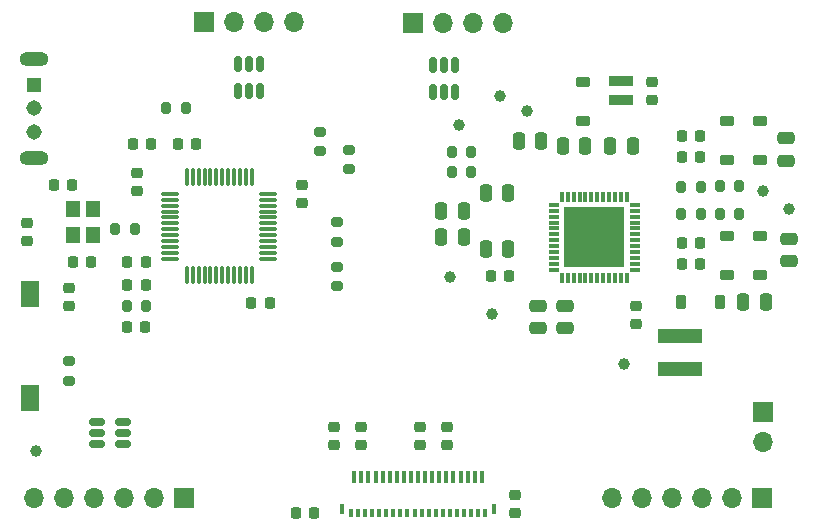
<source format=gts>
%TF.GenerationSoftware,KiCad,Pcbnew,7.0.1*%
%TF.CreationDate,2023-04-23T16:19:42+02:00*%
%TF.ProjectId,ED060SC4_SPI_driver_board,45443036-3053-4433-945f-5350495f6472,rev?*%
%TF.SameCoordinates,Original*%
%TF.FileFunction,Soldermask,Top*%
%TF.FilePolarity,Negative*%
%FSLAX46Y46*%
G04 Gerber Fmt 4.6, Leading zero omitted, Abs format (unit mm)*
G04 Created by KiCad (PCBNEW 7.0.1) date 2023-04-23 16:19:42*
%MOMM*%
%LPD*%
G01*
G04 APERTURE LIST*
G04 Aperture macros list*
%AMRoundRect*
0 Rectangle with rounded corners*
0 $1 Rounding radius*
0 $2 $3 $4 $5 $6 $7 $8 $9 X,Y pos of 4 corners*
0 Add a 4 corners polygon primitive as box body*
4,1,4,$2,$3,$4,$5,$6,$7,$8,$9,$2,$3,0*
0 Add four circle primitives for the rounded corners*
1,1,$1+$1,$2,$3*
1,1,$1+$1,$4,$5*
1,1,$1+$1,$6,$7*
1,1,$1+$1,$8,$9*
0 Add four rect primitives between the rounded corners*
20,1,$1+$1,$2,$3,$4,$5,0*
20,1,$1+$1,$4,$5,$6,$7,0*
20,1,$1+$1,$6,$7,$8,$9,0*
20,1,$1+$1,$8,$9,$2,$3,0*%
G04 Aperture macros list end*
%ADD10R,1.700000X1.700000*%
%ADD11O,1.700000X1.700000*%
%ADD12RoundRect,0.250000X-0.475000X0.250000X-0.475000X-0.250000X0.475000X-0.250000X0.475000X0.250000X0*%
%ADD13C,1.000000*%
%ADD14RoundRect,0.225000X0.225000X0.250000X-0.225000X0.250000X-0.225000X-0.250000X0.225000X-0.250000X0*%
%ADD15RoundRect,0.250000X0.250000X0.475000X-0.250000X0.475000X-0.250000X-0.475000X0.250000X-0.475000X0*%
%ADD16RoundRect,0.225000X0.375000X-0.225000X0.375000X0.225000X-0.375000X0.225000X-0.375000X-0.225000X0*%
%ADD17RoundRect,0.200000X-0.200000X-0.275000X0.200000X-0.275000X0.200000X0.275000X-0.200000X0.275000X0*%
%ADD18R,3.700000X1.200000*%
%ADD19RoundRect,0.225000X0.250000X-0.225000X0.250000X0.225000X-0.250000X0.225000X-0.250000X-0.225000X0*%
%ADD20R,2.000000X0.850000*%
%ADD21R,1.200000X1.400000*%
%ADD22RoundRect,0.200000X-0.275000X0.200000X-0.275000X-0.200000X0.275000X-0.200000X0.275000X0.200000X0*%
%ADD23RoundRect,0.150000X-0.150000X0.512500X-0.150000X-0.512500X0.150000X-0.512500X0.150000X0.512500X0*%
%ADD24RoundRect,0.225000X-0.225000X-0.250000X0.225000X-0.250000X0.225000X0.250000X-0.225000X0.250000X0*%
%ADD25RoundRect,0.250000X0.475000X-0.250000X0.475000X0.250000X-0.475000X0.250000X-0.475000X-0.250000X0*%
%ADD26R,1.600000X2.200000*%
%ADD27RoundRect,0.075000X-0.662500X-0.075000X0.662500X-0.075000X0.662500X0.075000X-0.662500X0.075000X0*%
%ADD28RoundRect,0.075000X-0.075000X-0.662500X0.075000X-0.662500X0.075000X0.662500X-0.075000X0.662500X0*%
%ADD29RoundRect,0.200000X0.200000X0.275000X-0.200000X0.275000X-0.200000X-0.275000X0.200000X-0.275000X0*%
%ADD30RoundRect,0.225000X-0.375000X0.225000X-0.375000X-0.225000X0.375000X-0.225000X0.375000X0.225000X0*%
%ADD31RoundRect,0.150000X0.512500X0.150000X-0.512500X0.150000X-0.512500X-0.150000X0.512500X-0.150000X0*%
%ADD32RoundRect,0.007800X-0.422200X-0.122200X0.422200X-0.122200X0.422200X0.122200X-0.422200X0.122200X0*%
%ADD33RoundRect,0.007800X0.122200X-0.422200X0.122200X0.422200X-0.122200X0.422200X-0.122200X-0.422200X0*%
%ADD34R,5.150000X5.150000*%
%ADD35RoundRect,0.225000X-0.250000X0.225000X-0.250000X-0.225000X0.250000X-0.225000X0.250000X0.225000X0*%
%ADD36RoundRect,0.225000X-0.225000X-0.375000X0.225000X-0.375000X0.225000X0.375000X-0.225000X0.375000X0*%
%ADD37R,1.308000X1.308000*%
%ADD38C,1.308000*%
%ADD39O,2.460000X1.230000*%
%ADD40R,0.300000X0.800000*%
%ADD41R,0.300000X1.000000*%
%ADD42R,0.400000X0.950000*%
%ADD43RoundRect,0.200000X0.275000X-0.200000X0.275000X0.200000X-0.275000X0.200000X-0.275000X-0.200000X0*%
%ADD44RoundRect,0.218750X-0.256250X0.218750X-0.256250X-0.218750X0.256250X-0.218750X0.256250X0.218750X0*%
%ADD45RoundRect,0.250000X-0.250000X-0.475000X0.250000X-0.475000X0.250000X0.475000X-0.250000X0.475000X0*%
G04 APERTURE END LIST*
D10*
%TO.C,J6*%
X114000000Y-84210000D03*
D11*
X114000000Y-86750000D03*
%TD*%
D12*
%TO.C,C14*%
X97250000Y-75235000D03*
X97250000Y-77135000D03*
%TD*%
D13*
%TO.C,TP5*%
X114000000Y-65500000D03*
%TD*%
D10*
%TO.C,J5*%
X113910000Y-91500000D03*
D11*
X111370000Y-91500000D03*
X108830000Y-91500000D03*
X106290000Y-91500000D03*
X103750000Y-91500000D03*
X101210000Y-91500000D03*
%TD*%
D14*
%TO.C,C25*%
X61775000Y-71500000D03*
X60225000Y-71500000D03*
%TD*%
D12*
%TO.C,C3*%
X95000000Y-75235000D03*
X95000000Y-77135000D03*
%TD*%
D15*
%TO.C,C13*%
X92450000Y-65685000D03*
X90550000Y-65685000D03*
%TD*%
D16*
%TO.C,D6*%
X113750000Y-62900000D03*
X113750000Y-59600000D03*
%TD*%
D14*
%TO.C,C7*%
X108713752Y-60848748D03*
X107163752Y-60848748D03*
%TD*%
D15*
%TO.C,C10*%
X88700000Y-69435000D03*
X86800000Y-69435000D03*
%TD*%
D17*
%TO.C,TH1*%
X87675000Y-63935000D03*
X89325000Y-63935000D03*
%TD*%
D18*
%TO.C,L2*%
X107000000Y-80585000D03*
X107000000Y-77785000D03*
%TD*%
D19*
%TO.C,C40*%
X93000000Y-92775000D03*
X93000000Y-91225000D03*
%TD*%
D12*
%TO.C,C1*%
X116000000Y-61050000D03*
X116000000Y-62950000D03*
%TD*%
D20*
%TO.C,L1*%
X102050000Y-56185000D03*
X102050000Y-57835000D03*
%TD*%
D21*
%TO.C,Y1*%
X55650000Y-67049998D03*
X55650000Y-69249998D03*
X57350000Y-69249998D03*
X57350000Y-67049998D03*
%TD*%
D17*
%TO.C,R5*%
X59175000Y-68750000D03*
X60825000Y-68750000D03*
%TD*%
D22*
%TO.C,R14*%
X76500000Y-60500000D03*
X76500000Y-62150000D03*
%TD*%
D23*
%TO.C,U5*%
X88000000Y-54862500D03*
X87050000Y-54862500D03*
X86100000Y-54862500D03*
X86100000Y-57137500D03*
X87050000Y-57137500D03*
X88000000Y-57137500D03*
%TD*%
D10*
%TO.C,J3*%
X84420000Y-51250000D03*
D11*
X86960000Y-51250000D03*
X89500000Y-51250000D03*
X92040000Y-51250000D03*
%TD*%
D24*
%TO.C,C15*%
X107163752Y-71685000D03*
X108713752Y-71685000D03*
%TD*%
D15*
%TO.C,C18*%
X114250000Y-74935000D03*
X112350000Y-74935000D03*
%TD*%
D13*
%TO.C,TP3*%
X94050000Y-58750000D03*
%TD*%
D17*
%TO.C,R8*%
X110363752Y-67435000D03*
X112013752Y-67435000D03*
%TD*%
D25*
%TO.C,C19*%
X116250000Y-71450000D03*
X116250000Y-69550000D03*
%TD*%
D26*
%TO.C,SW2*%
X52000000Y-74253200D03*
X52000000Y-83053200D03*
%TD*%
D27*
%TO.C,U2*%
X63837500Y-65750000D03*
X63837500Y-66250000D03*
X63837500Y-66750000D03*
X63837500Y-67250000D03*
X63837500Y-67750000D03*
X63837500Y-68250000D03*
X63837500Y-68750000D03*
X63837500Y-69250000D03*
X63837500Y-69750000D03*
X63837500Y-70250000D03*
X63837500Y-70750000D03*
X63837500Y-71250000D03*
D28*
X65250000Y-72662500D03*
X65750000Y-72662500D03*
X66250000Y-72662500D03*
X66750000Y-72662500D03*
X67250000Y-72662500D03*
X67750000Y-72662500D03*
X68250000Y-72662500D03*
X68750000Y-72662500D03*
X69250000Y-72662500D03*
X69750000Y-72662500D03*
X70250000Y-72662500D03*
X70750000Y-72662500D03*
D27*
X72162500Y-71250000D03*
X72162500Y-70750000D03*
X72162500Y-70250000D03*
X72162500Y-69750000D03*
X72162500Y-69250000D03*
X72162500Y-68750000D03*
X72162500Y-68250000D03*
X72162500Y-67750000D03*
X72162500Y-67250000D03*
X72162500Y-66750000D03*
X72162500Y-66250000D03*
X72162500Y-65750000D03*
D28*
X70750000Y-64337500D03*
X70250000Y-64337500D03*
X69750000Y-64337500D03*
X69250000Y-64337500D03*
X68750000Y-64337500D03*
X68250000Y-64337500D03*
X67750000Y-64337500D03*
X67250000Y-64337500D03*
X66750000Y-64337500D03*
X66250000Y-64337500D03*
X65750000Y-64337500D03*
X65250000Y-64337500D03*
%TD*%
D29*
%TO.C,FB1*%
X61825000Y-75250000D03*
X60175000Y-75250000D03*
%TD*%
D14*
%TO.C,C21*%
X72275000Y-75000000D03*
X70725000Y-75000000D03*
%TD*%
D17*
%TO.C,R9*%
X107113752Y-67435000D03*
X108763752Y-67435000D03*
%TD*%
D24*
%TO.C,C30*%
X55625000Y-71500000D03*
X57175000Y-71500000D03*
%TD*%
D30*
%TO.C,D1*%
X111000000Y-69350000D03*
X111000000Y-72650000D03*
%TD*%
D31*
%TO.C,U3*%
X59887500Y-86950000D03*
X59887500Y-86000000D03*
X59887500Y-85050000D03*
X57612500Y-85050000D03*
X57612500Y-86000000D03*
X57612500Y-86950000D03*
%TD*%
D14*
%TO.C,C26*%
X61775000Y-73500000D03*
X60225000Y-73500000D03*
%TD*%
D15*
%TO.C,C6*%
X103000000Y-61685000D03*
X101100000Y-61685000D03*
%TD*%
D24*
%TO.C,C22*%
X64475000Y-61500000D03*
X66025000Y-61500000D03*
%TD*%
D32*
%TO.C,U1*%
X96315000Y-66685000D03*
X96315000Y-67185000D03*
X96315000Y-67685000D03*
X96315000Y-68185000D03*
X96315000Y-68685000D03*
X96315000Y-69185000D03*
X96315000Y-69685000D03*
X96315000Y-70185000D03*
X96315000Y-70685000D03*
X96315000Y-71185000D03*
X96315000Y-71685000D03*
X96315000Y-72185000D03*
D33*
X97000000Y-72870000D03*
X97500000Y-72870000D03*
X98000000Y-72870000D03*
X98500000Y-72870000D03*
X99000000Y-72870000D03*
X99500000Y-72870000D03*
X100000000Y-72870000D03*
X100500000Y-72870000D03*
X101000000Y-72870000D03*
X101500000Y-72870000D03*
X102000000Y-72870000D03*
X102500000Y-72870000D03*
D32*
X103185000Y-72185000D03*
X103185000Y-71685000D03*
X103185000Y-71185000D03*
X103185000Y-70685000D03*
X103185000Y-70185000D03*
X103185000Y-69685000D03*
X103185000Y-69185000D03*
X103185000Y-68685000D03*
X103185000Y-68185000D03*
X103185000Y-67685000D03*
X103185000Y-67185000D03*
X103185000Y-66685000D03*
D33*
X102500000Y-66000000D03*
X102000000Y-66000000D03*
X101500000Y-66000000D03*
X101000000Y-66000000D03*
X100500000Y-66000000D03*
X100000000Y-66000000D03*
X99500000Y-66000000D03*
X99000000Y-66000000D03*
X98500000Y-66000000D03*
X98000000Y-66000000D03*
X97500000Y-66000000D03*
X97000000Y-66000000D03*
D34*
X99750000Y-69435000D03*
%TD*%
D14*
%TO.C,C2*%
X92525000Y-72685000D03*
X90975000Y-72685000D03*
%TD*%
D35*
%TO.C,C28*%
X51750000Y-68225000D03*
X51750000Y-69775000D03*
%TD*%
D13*
%TO.C,TP1*%
X52500000Y-87500000D03*
%TD*%
D24*
%TO.C,C29*%
X53975000Y-65000000D03*
X55525000Y-65000000D03*
%TD*%
D22*
%TO.C,R6*%
X78000000Y-68175000D03*
X78000000Y-69825000D03*
%TD*%
D30*
%TO.C,D7*%
X111000000Y-59600000D03*
X111000000Y-62900000D03*
%TD*%
D19*
%TO.C,C41*%
X87250000Y-87025000D03*
X87250000Y-85475000D03*
%TD*%
D23*
%TO.C,U4*%
X71450000Y-54750000D03*
X70500000Y-54750000D03*
X69550000Y-54750000D03*
X69550000Y-57025000D03*
X70500000Y-57025000D03*
X71450000Y-57025000D03*
%TD*%
D13*
%TO.C,TP8*%
X102250000Y-80185000D03*
%TD*%
D16*
%TO.C,D3*%
X98800000Y-59585000D03*
X98800000Y-56285000D03*
%TD*%
D14*
%TO.C,C24*%
X62250000Y-61500000D03*
X60700000Y-61500000D03*
%TD*%
D15*
%TO.C,C12*%
X92450000Y-70435000D03*
X90550000Y-70435000D03*
%TD*%
D24*
%TO.C,C9*%
X107163752Y-62598748D03*
X108713752Y-62598748D03*
%TD*%
D35*
%TO.C,C23*%
X75000000Y-64975000D03*
X75000000Y-66525000D03*
%TD*%
D13*
%TO.C,TP6*%
X116250000Y-67000000D03*
%TD*%
D36*
%TO.C,D4*%
X107100000Y-74935000D03*
X110400000Y-74935000D03*
%TD*%
D13*
%TO.C,TP7*%
X91050000Y-75935000D03*
%TD*%
D37*
%TO.C,SW1*%
X52312500Y-56500000D03*
D38*
X52312500Y-58500000D03*
X52312500Y-60500000D03*
D39*
X52312500Y-54300000D03*
X52312500Y-62700000D03*
%TD*%
D24*
%TO.C,C27*%
X60200000Y-77000000D03*
X61750000Y-77000000D03*
%TD*%
D40*
%TO.C,J1*%
X79130000Y-92750000D03*
D41*
X79430000Y-89750000D03*
D40*
X79730000Y-92750000D03*
D41*
X80030000Y-89750000D03*
D40*
X80330000Y-92750000D03*
D41*
X80630000Y-89750000D03*
D40*
X80930000Y-92750000D03*
D41*
X81230000Y-89750000D03*
D40*
X81530000Y-92750000D03*
D41*
X81830000Y-89750000D03*
D40*
X82130000Y-92750000D03*
D41*
X82430000Y-89750000D03*
D40*
X82730000Y-92750000D03*
D41*
X83030000Y-89750000D03*
D40*
X83330000Y-92750000D03*
D41*
X83630000Y-89750000D03*
D40*
X83930000Y-92750000D03*
D41*
X84230000Y-89750000D03*
D40*
X84530000Y-92750000D03*
D41*
X84830000Y-89750000D03*
D40*
X85130000Y-92750000D03*
D41*
X85430000Y-89750000D03*
D40*
X85730000Y-92750000D03*
D41*
X86030000Y-89750000D03*
D40*
X86330000Y-92750000D03*
D41*
X86630000Y-89750000D03*
D40*
X86930000Y-92750000D03*
D41*
X87230000Y-89750000D03*
D40*
X87530000Y-92750000D03*
D41*
X87830000Y-89750000D03*
D40*
X88130000Y-92750000D03*
D41*
X88430000Y-89750000D03*
D40*
X88730000Y-92750000D03*
D41*
X89030000Y-89750000D03*
D40*
X89330000Y-92750000D03*
D41*
X89630000Y-89750000D03*
D40*
X89930000Y-92750000D03*
D41*
X90230000Y-89750000D03*
D40*
X90530000Y-92750000D03*
D42*
X78430000Y-92475000D03*
X91230000Y-92475000D03*
%TD*%
D19*
%TO.C,C17*%
X103250000Y-76800000D03*
X103250000Y-75250000D03*
%TD*%
D22*
%TO.C,R12*%
X79000000Y-62000000D03*
X79000000Y-63650000D03*
%TD*%
D24*
%TO.C,C16*%
X107163752Y-69935000D03*
X108713752Y-69935000D03*
%TD*%
D10*
%TO.C,J2*%
X65043200Y-91500000D03*
D11*
X62503200Y-91500000D03*
X59963200Y-91500000D03*
X57423200Y-91500000D03*
X54883200Y-91500000D03*
X52343200Y-91500000D03*
%TD*%
D43*
%TO.C,R3*%
X55250000Y-81575000D03*
X55250000Y-79925000D03*
%TD*%
D13*
%TO.C,TP4*%
X87500000Y-72750000D03*
%TD*%
D17*
%TO.C,R2*%
X107113752Y-65185000D03*
X108763752Y-65185000D03*
%TD*%
D44*
%TO.C,D2*%
X55250000Y-73712500D03*
X55250000Y-75287500D03*
%TD*%
D13*
%TO.C,TP2*%
X91750000Y-57500000D03*
%TD*%
D45*
%TO.C,C8*%
X97100000Y-61685000D03*
X99000000Y-61685000D03*
%TD*%
D19*
%TO.C,C20*%
X61000000Y-65525000D03*
X61000000Y-63975000D03*
%TD*%
D10*
%TO.C,J4*%
X66700000Y-51225000D03*
D11*
X69240000Y-51225000D03*
X71780000Y-51225000D03*
X74320000Y-51225000D03*
%TD*%
D17*
%TO.C,R1*%
X110363752Y-65098748D03*
X112013752Y-65098748D03*
%TD*%
D43*
%TO.C,R7*%
X78000000Y-73575000D03*
X78000000Y-71925000D03*
%TD*%
D13*
%TO.C,TP9*%
X88300000Y-59935000D03*
%TD*%
D15*
%TO.C,C11*%
X88700000Y-67185000D03*
X86800000Y-67185000D03*
%TD*%
D19*
%TO.C,C31*%
X80000000Y-87025000D03*
X80000000Y-85475000D03*
%TD*%
D14*
%TO.C,C39*%
X76050000Y-92750000D03*
X74500000Y-92750000D03*
%TD*%
D16*
%TO.C,D5*%
X113750000Y-72650000D03*
X113750000Y-69350000D03*
%TD*%
D19*
%TO.C,C38*%
X77750000Y-87000000D03*
X77750000Y-85450000D03*
%TD*%
D15*
%TO.C,C4*%
X95250000Y-61250000D03*
X93350000Y-61250000D03*
%TD*%
D17*
%TO.C,R4*%
X87675000Y-62185000D03*
X89325000Y-62185000D03*
%TD*%
%TO.C,R10*%
X63500000Y-58500000D03*
X65150000Y-58500000D03*
%TD*%
D19*
%TO.C,C5*%
X104625000Y-57835000D03*
X104625000Y-56285000D03*
%TD*%
%TO.C,C42*%
X85000000Y-87050000D03*
X85000000Y-85500000D03*
%TD*%
M02*

</source>
